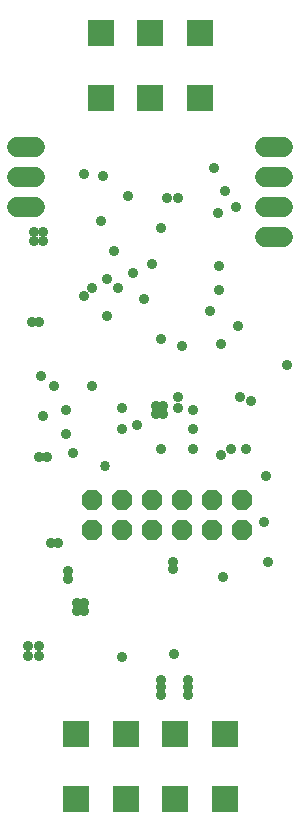
<source format=gbr>
G04 EAGLE Gerber RS-274X export*
G75*
%MOMM*%
%FSLAX34Y34*%
%LPD*%
%INSoldermask Bottom*%
%IPPOS*%
%AMOC8*
5,1,8,0,0,1.08239X$1,22.5*%
G01*
%ADD10C,1.727200*%
%ADD11P,1.869504X8X22.500000*%
%ADD12C,0.914400*%
%ADD13R,2.298700X2.298700*%
%ADD14C,0.863600*%


D10*
X11430Y568325D02*
X26670Y568325D01*
X26670Y542925D02*
X11430Y542925D01*
X11430Y517525D02*
X26670Y517525D01*
X220980Y568325D02*
X236220Y568325D01*
X236220Y542925D02*
X220980Y542925D01*
X220980Y517525D02*
X236220Y517525D01*
X236220Y492125D02*
X220980Y492125D01*
D11*
X74613Y244475D03*
X74613Y269875D03*
X100013Y244475D03*
X100013Y269875D03*
X125413Y244475D03*
X125413Y269875D03*
X150813Y244475D03*
X150813Y269875D03*
X176213Y244475D03*
X176213Y269875D03*
X201613Y244475D03*
X201613Y269875D03*
D12*
X33338Y496888D03*
X93663Y481013D03*
X84138Y544513D03*
X174625Y430213D03*
X184150Y401638D03*
X198438Y417513D03*
X52388Y325438D03*
X58738Y309563D03*
X133350Y104775D03*
X133350Y111125D03*
X155575Y111125D03*
X155575Y104775D03*
X133350Y117475D03*
X53975Y209550D03*
X142875Y211138D03*
X142875Y217488D03*
X53975Y203200D03*
X20638Y138113D03*
X20638Y146050D03*
X30163Y146050D03*
X104775Y527050D03*
X180975Y512763D03*
X33338Y341313D03*
X192088Y312738D03*
X204788Y312738D03*
X160338Y330200D03*
X160338Y346075D03*
X182563Y447675D03*
X182563Y468313D03*
X222250Y290513D03*
X36513Y306388D03*
X52388Y346075D03*
X31750Y374650D03*
X25400Y496888D03*
X33338Y488950D03*
X25400Y488950D03*
X23813Y420688D03*
X30163Y420688D03*
X185738Y204788D03*
X239713Y384175D03*
X220663Y250825D03*
X30163Y138113D03*
X155575Y117475D03*
D13*
X61000Y17000D03*
D12*
X187325Y531813D03*
X196850Y517525D03*
X42863Y366713D03*
X128588Y349250D03*
X128588Y342900D03*
X134938Y349250D03*
X134938Y342900D03*
X30163Y306388D03*
X100013Y136525D03*
X39688Y233363D03*
X46038Y233363D03*
X119063Y439738D03*
X68263Y442913D03*
X74613Y366713D03*
D13*
X187000Y72000D03*
D12*
X61913Y182563D03*
X68263Y182563D03*
X68263Y176213D03*
X61913Y176213D03*
X82550Y506413D03*
D13*
X124000Y610000D03*
X103000Y72000D03*
D12*
X87313Y457200D03*
X138113Y525463D03*
D13*
X166000Y610000D03*
D12*
X68263Y546100D03*
D13*
X166000Y665000D03*
X82000Y610000D03*
X82000Y665000D03*
D12*
X133350Y312738D03*
X87313Y425450D03*
X147638Y525463D03*
X109538Y461963D03*
X177800Y550863D03*
D13*
X124000Y665000D03*
D12*
X74613Y449263D03*
X96838Y449263D03*
X133350Y500063D03*
X133350Y406400D03*
X150813Y400050D03*
X112713Y333375D03*
D14*
X85725Y298450D03*
D12*
X100013Y347663D03*
X125413Y469900D03*
X100013Y330200D03*
X144463Y139700D03*
D13*
X61000Y72000D03*
X145000Y17000D03*
D12*
X160338Y312738D03*
D13*
X103000Y17000D03*
X145000Y72000D03*
D12*
X209550Y354013D03*
X147638Y347663D03*
X200025Y357188D03*
X147638Y357188D03*
D13*
X187000Y17000D03*
D12*
X184150Y307975D03*
X223838Y217488D03*
M02*

</source>
